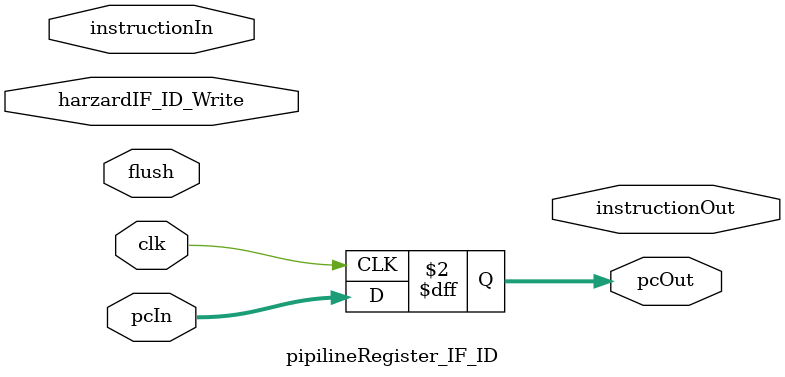
<source format=sv>
module pipilineRegister_IF_ID( 
    input logic             clk,

    input logic [31 : 0] pcIn,
    input logic [31 : 0] instructionIn,

    input logic harzardIF_ID_Write,
    input logic flush,

    output logic [31 : 0] pcOut,
    output logic [31 : 0] instructionOut
);

    always_ff @( posedge clk ) begin : IF_ID_REGISTER
        pcOut               <=      pcIn;
        instructionOu       <=      instructionIn;
    end
endmodule
</source>
